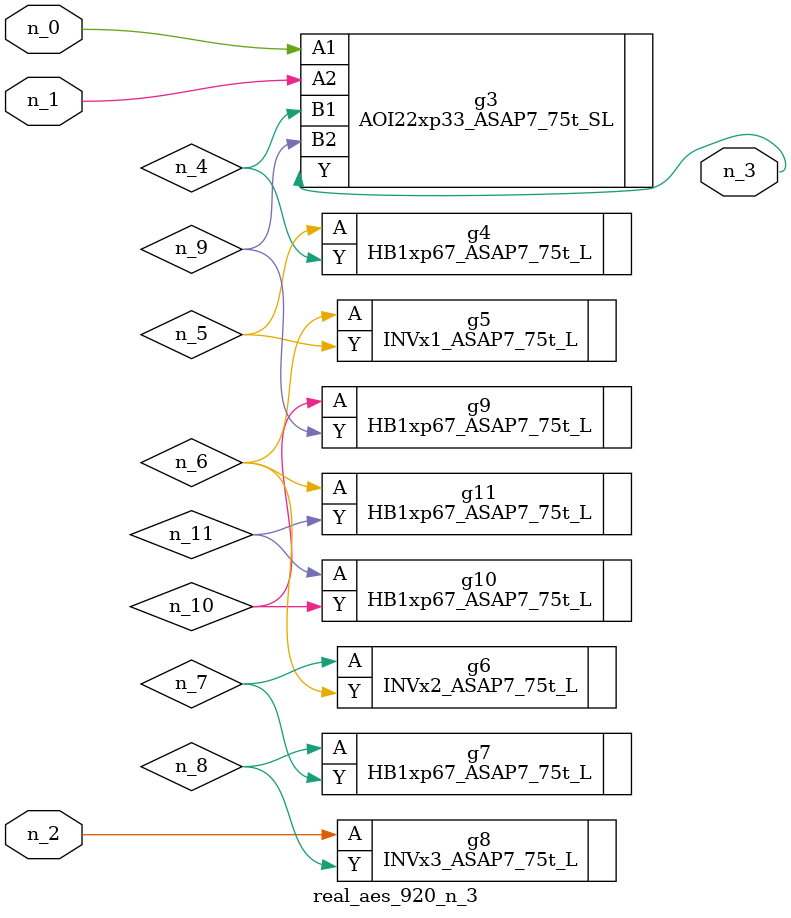
<source format=v>
module real_aes_920_n_3 (n_0, n_2, n_1, n_3);
input n_0;
input n_2;
input n_1;
output n_3;
wire n_4;
wire n_5;
wire n_7;
wire n_9;
wire n_6;
wire n_8;
wire n_10;
wire n_11;
AOI22xp33_ASAP7_75t_SL g3 ( .A1(n_0), .A2(n_1), .B1(n_4), .B2(n_9), .Y(n_3) );
INVx3_ASAP7_75t_L g8 ( .A(n_2), .Y(n_8) );
HB1xp67_ASAP7_75t_L g4 ( .A(n_5), .Y(n_4) );
INVx1_ASAP7_75t_L g5 ( .A(n_6), .Y(n_5) );
HB1xp67_ASAP7_75t_L g11 ( .A(n_6), .Y(n_11) );
INVx2_ASAP7_75t_L g6 ( .A(n_7), .Y(n_6) );
HB1xp67_ASAP7_75t_L g7 ( .A(n_8), .Y(n_7) );
HB1xp67_ASAP7_75t_L g9 ( .A(n_10), .Y(n_9) );
HB1xp67_ASAP7_75t_L g10 ( .A(n_11), .Y(n_10) );
endmodule
</source>
